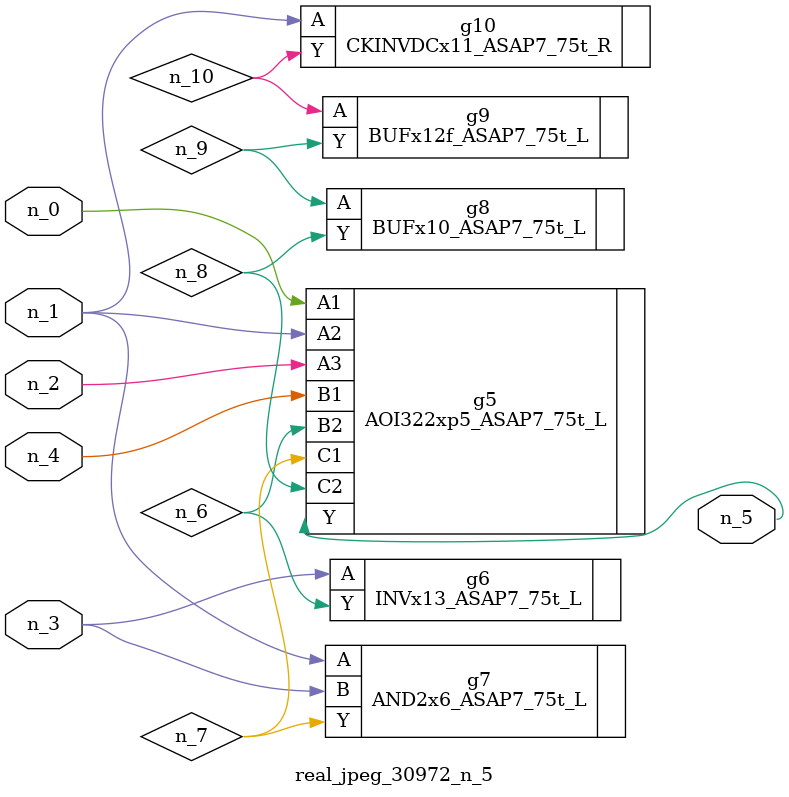
<source format=v>
module real_jpeg_30972_n_5 (n_4, n_0, n_1, n_2, n_3, n_5);

input n_4;
input n_0;
input n_1;
input n_2;
input n_3;

output n_5;

wire n_8;
wire n_6;
wire n_7;
wire n_10;
wire n_9;

AOI322xp5_ASAP7_75t_L g5 ( 
.A1(n_0),
.A2(n_1),
.A3(n_2),
.B1(n_4),
.B2(n_6),
.C1(n_7),
.C2(n_8),
.Y(n_5)
);

AND2x6_ASAP7_75t_L g7 ( 
.A(n_1),
.B(n_3),
.Y(n_7)
);

CKINVDCx11_ASAP7_75t_R g10 ( 
.A(n_1),
.Y(n_10)
);

INVx13_ASAP7_75t_L g6 ( 
.A(n_3),
.Y(n_6)
);

BUFx10_ASAP7_75t_L g8 ( 
.A(n_9),
.Y(n_8)
);

BUFx12f_ASAP7_75t_L g9 ( 
.A(n_10),
.Y(n_9)
);


endmodule
</source>
